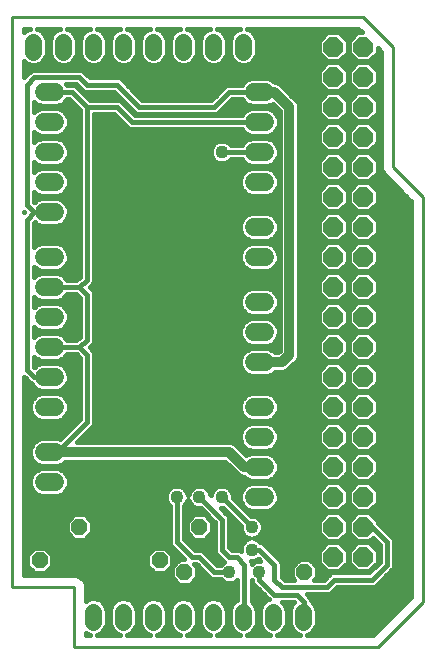
<source format=gtl>
G75*
%MOIN*%
%OFA0B0*%
%FSLAX25Y25*%
%IPPOS*%
%LPD*%
%AMOC8*
5,1,8,0,0,1.08239X$1,22.5*
%
%ADD10C,0.01000*%
%ADD11C,0.05600*%
%ADD12OC8,0.06600*%
%ADD13C,0.06000*%
%ADD14OC8,0.05200*%
%ADD15C,0.01600*%
%ADD16C,0.04362*%
%ADD17C,0.03200*%
D10*
X0001800Y0021879D02*
X0001800Y0211800D01*
X0007843Y0211918D01*
X0118946Y0211918D01*
X0128946Y0201918D01*
X0128946Y0161918D01*
X0138946Y0151918D01*
X0138946Y0016918D01*
X0123946Y0001918D01*
X0022410Y0001918D01*
X0022410Y0021879D01*
X0001800Y0021879D01*
D11*
X0028946Y0013598D02*
X0028946Y0010238D01*
X0038946Y0010238D02*
X0038946Y0013598D01*
X0048946Y0013598D02*
X0048946Y0010238D01*
X0058946Y0010238D02*
X0058946Y0013598D01*
X0068946Y0013598D02*
X0068946Y0010238D01*
X0078946Y0010238D02*
X0078946Y0013598D01*
X0088946Y0013598D02*
X0088946Y0010238D01*
X0098946Y0010238D02*
X0098946Y0013598D01*
X0078946Y0200238D02*
X0078946Y0203598D01*
X0068946Y0203598D02*
X0068946Y0200238D01*
X0058946Y0200238D02*
X0058946Y0203598D01*
X0048946Y0203598D02*
X0048946Y0200238D01*
X0038946Y0200238D02*
X0038946Y0203598D01*
X0028946Y0203598D02*
X0028946Y0200238D01*
X0018946Y0200238D02*
X0018946Y0203598D01*
X0008946Y0203598D02*
X0008946Y0200238D01*
D12*
X0108946Y0201918D03*
X0108946Y0191918D03*
X0108946Y0181918D03*
X0108946Y0171918D03*
X0108946Y0161918D03*
X0108946Y0151918D03*
X0108946Y0141918D03*
X0108946Y0131918D03*
X0108946Y0121918D03*
X0108946Y0111918D03*
X0108946Y0101918D03*
X0108946Y0091918D03*
X0108946Y0081918D03*
X0108946Y0071918D03*
X0108946Y0061918D03*
X0108946Y0051918D03*
X0108946Y0041918D03*
X0108946Y0031918D03*
X0118946Y0031918D03*
X0118946Y0041918D03*
X0118946Y0051918D03*
X0118946Y0061918D03*
X0118946Y0071918D03*
X0118946Y0081918D03*
X0118946Y0091918D03*
X0118946Y0101918D03*
X0118946Y0111918D03*
X0118946Y0121918D03*
X0118946Y0131918D03*
X0118946Y0141918D03*
X0118946Y0151918D03*
X0118946Y0161918D03*
X0118946Y0171918D03*
X0118946Y0181918D03*
X0118946Y0191918D03*
X0118946Y0201918D03*
D13*
X0086100Y0186800D02*
X0082500Y0186800D01*
X0082500Y0176800D02*
X0086100Y0176800D01*
X0086100Y0166800D02*
X0082500Y0166800D01*
X0082500Y0156800D02*
X0086100Y0156800D01*
X0086100Y0141800D02*
X0082500Y0141800D01*
X0082500Y0131800D02*
X0086100Y0131800D01*
X0086100Y0116800D02*
X0082500Y0116800D01*
X0082500Y0106800D02*
X0086100Y0106800D01*
X0086100Y0096800D02*
X0082500Y0096800D01*
X0082500Y0081800D02*
X0086100Y0081800D01*
X0086100Y0071800D02*
X0082500Y0071800D01*
X0082500Y0061800D02*
X0086100Y0061800D01*
X0086100Y0051800D02*
X0082500Y0051800D01*
X0016100Y0056800D02*
X0012500Y0056800D01*
X0012500Y0066800D02*
X0016100Y0066800D01*
X0016100Y0081800D02*
X0012500Y0081800D01*
X0012500Y0091800D02*
X0016100Y0091800D01*
X0016100Y0101800D02*
X0012500Y0101800D01*
X0012500Y0111800D02*
X0016100Y0111800D01*
X0016100Y0121800D02*
X0012500Y0121800D01*
X0012500Y0131800D02*
X0016100Y0131800D01*
X0016100Y0146800D02*
X0012500Y0146800D01*
X0012500Y0156800D02*
X0016100Y0156800D01*
X0016100Y0166800D02*
X0012500Y0166800D01*
X0012500Y0176800D02*
X0016100Y0176800D01*
X0016100Y0186800D02*
X0012500Y0186800D01*
D14*
X0024300Y0041800D03*
X0011072Y0030658D03*
X0051072Y0030658D03*
X0059300Y0026800D03*
X0064300Y0041800D03*
X0099300Y0026800D03*
D15*
X0102640Y0024200D02*
X0103500Y0025060D01*
X0103500Y0028540D01*
X0101040Y0031000D01*
X0097560Y0031000D01*
X0095100Y0028540D01*
X0095100Y0025060D01*
X0095960Y0024200D01*
X0092794Y0024200D01*
X0091700Y0025294D01*
X0091700Y0029777D01*
X0091335Y0030659D01*
X0090659Y0031335D01*
X0085659Y0036335D01*
X0084777Y0036700D01*
X0084747Y0036700D01*
X0083942Y0037505D01*
X0082627Y0038050D01*
X0083942Y0038595D01*
X0085005Y0039658D01*
X0085581Y0041048D01*
X0085581Y0042552D01*
X0085005Y0043942D01*
X0083942Y0045005D01*
X0082552Y0045581D01*
X0081413Y0045581D01*
X0075581Y0051413D01*
X0075581Y0052552D01*
X0075005Y0053942D01*
X0073942Y0055005D01*
X0072552Y0055581D01*
X0071048Y0055581D01*
X0069658Y0055005D01*
X0068595Y0053942D01*
X0068050Y0052627D01*
X0067505Y0053942D01*
X0066442Y0055005D01*
X0065052Y0055581D01*
X0063548Y0055581D01*
X0062158Y0055005D01*
X0061095Y0053942D01*
X0060550Y0052627D01*
X0060005Y0053942D01*
X0058942Y0055005D01*
X0057552Y0055581D01*
X0056048Y0055581D01*
X0054658Y0055005D01*
X0053595Y0053942D01*
X0053019Y0052552D01*
X0053019Y0051048D01*
X0053595Y0049658D01*
X0054400Y0048853D01*
X0054400Y0036323D01*
X0054765Y0035441D01*
X0059206Y0031000D01*
X0057560Y0031000D01*
X0055100Y0028540D01*
X0055100Y0025060D01*
X0057560Y0022600D01*
X0061040Y0022600D01*
X0063500Y0025060D01*
X0063500Y0028540D01*
X0062640Y0029400D01*
X0063306Y0029400D01*
X0067265Y0025441D01*
X0067941Y0024765D01*
X0068823Y0024400D01*
X0071353Y0024400D01*
X0072158Y0023595D01*
X0073548Y0023019D01*
X0075052Y0023019D01*
X0076442Y0023595D01*
X0076900Y0024053D01*
X0076900Y0017513D01*
X0076453Y0017328D01*
X0075216Y0016091D01*
X0074546Y0014473D01*
X0074546Y0009363D01*
X0075216Y0007746D01*
X0076453Y0006508D01*
X0077877Y0005918D01*
X0070014Y0005918D01*
X0071438Y0006508D01*
X0072676Y0007746D01*
X0073346Y0009363D01*
X0073346Y0014473D01*
X0072676Y0016091D01*
X0071438Y0017328D01*
X0069821Y0017998D01*
X0068070Y0017998D01*
X0066453Y0017328D01*
X0065216Y0016091D01*
X0064546Y0014473D01*
X0064546Y0009363D01*
X0065216Y0007746D01*
X0066453Y0006508D01*
X0067877Y0005918D01*
X0060014Y0005918D01*
X0061438Y0006508D01*
X0062676Y0007746D01*
X0063346Y0009363D01*
X0063346Y0014473D01*
X0062676Y0016091D01*
X0061438Y0017328D01*
X0059821Y0017998D01*
X0058070Y0017998D01*
X0056453Y0017328D01*
X0055216Y0016091D01*
X0054546Y0014473D01*
X0054546Y0009363D01*
X0055216Y0007746D01*
X0056453Y0006508D01*
X0057877Y0005918D01*
X0050014Y0005918D01*
X0051438Y0006508D01*
X0052676Y0007746D01*
X0053346Y0009363D01*
X0053346Y0014473D01*
X0052676Y0016091D01*
X0051438Y0017328D01*
X0049821Y0017998D01*
X0048070Y0017998D01*
X0046453Y0017328D01*
X0045216Y0016091D01*
X0044546Y0014473D01*
X0044546Y0009363D01*
X0045216Y0007746D01*
X0046453Y0006508D01*
X0047877Y0005918D01*
X0040014Y0005918D01*
X0041438Y0006508D01*
X0042676Y0007746D01*
X0043346Y0009363D01*
X0043346Y0014473D01*
X0042676Y0016091D01*
X0041438Y0017328D01*
X0039821Y0017998D01*
X0038070Y0017998D01*
X0036453Y0017328D01*
X0035216Y0016091D01*
X0034546Y0014473D01*
X0034546Y0009363D01*
X0035216Y0007746D01*
X0036453Y0006508D01*
X0037877Y0005918D01*
X0030014Y0005918D01*
X0031438Y0006508D01*
X0032676Y0007746D01*
X0033346Y0009363D01*
X0033346Y0014473D01*
X0032676Y0016091D01*
X0031438Y0017328D01*
X0029821Y0017998D01*
X0028070Y0017998D01*
X0026453Y0017328D01*
X0026410Y0017285D01*
X0026410Y0022674D01*
X0025801Y0024145D01*
X0024676Y0025270D01*
X0023206Y0025879D01*
X0005800Y0025879D01*
X0005800Y0091906D01*
X0007265Y0090441D01*
X0007941Y0089765D01*
X0008451Y0089554D01*
X0008600Y0089194D01*
X0009894Y0087900D01*
X0011585Y0087200D01*
X0017015Y0087200D01*
X0018706Y0087900D01*
X0020000Y0089194D01*
X0020700Y0090885D01*
X0020700Y0092715D01*
X0020000Y0094406D01*
X0018706Y0095700D01*
X0017015Y0096400D01*
X0011585Y0096400D01*
X0009894Y0095700D01*
X0009344Y0095150D01*
X0009200Y0095294D01*
X0009200Y0098595D01*
X0009894Y0097900D01*
X0011585Y0097200D01*
X0017015Y0097200D01*
X0018706Y0097900D01*
X0020000Y0099194D01*
X0020085Y0099400D01*
X0023306Y0099400D01*
X0024400Y0098306D01*
X0024400Y0077794D01*
X0017716Y0071110D01*
X0017015Y0071400D01*
X0011585Y0071400D01*
X0009894Y0070700D01*
X0008600Y0069406D01*
X0007900Y0067715D01*
X0007900Y0065885D01*
X0008600Y0064194D01*
X0009894Y0062900D01*
X0011585Y0062200D01*
X0017015Y0062200D01*
X0018706Y0062900D01*
X0019405Y0063600D01*
X0072975Y0063600D01*
X0076587Y0059987D01*
X0077487Y0059087D01*
X0078663Y0058600D01*
X0079195Y0058600D01*
X0079894Y0057900D01*
X0081585Y0057200D01*
X0087015Y0057200D01*
X0088706Y0057900D01*
X0090000Y0059194D01*
X0090700Y0060885D01*
X0090700Y0062715D01*
X0090000Y0064406D01*
X0088706Y0065700D01*
X0087015Y0066400D01*
X0081585Y0066400D01*
X0079917Y0065709D01*
X0076113Y0069513D01*
X0074937Y0070000D01*
X0023394Y0070000D01*
X0028159Y0074765D01*
X0028835Y0075441D01*
X0029200Y0076323D01*
X0029200Y0099777D01*
X0028835Y0100659D01*
X0027694Y0101800D01*
X0028835Y0102941D01*
X0029200Y0103823D01*
X0029200Y0119777D01*
X0028835Y0120659D01*
X0027694Y0121800D01*
X0028835Y0122941D01*
X0029200Y0123823D01*
X0029200Y0179400D01*
X0035806Y0179400D01*
X0040441Y0174765D01*
X0041323Y0174400D01*
X0078515Y0174400D01*
X0078600Y0174194D01*
X0079894Y0172900D01*
X0081585Y0172200D01*
X0087015Y0172200D01*
X0088706Y0172900D01*
X0090000Y0174194D01*
X0090700Y0175885D01*
X0090700Y0177715D01*
X0090000Y0179406D01*
X0088706Y0180700D01*
X0087015Y0181400D01*
X0081585Y0181400D01*
X0079894Y0180700D01*
X0078600Y0179406D01*
X0078515Y0179200D01*
X0042794Y0179200D01*
X0038835Y0183159D01*
X0038159Y0183835D01*
X0037277Y0184200D01*
X0027794Y0184200D01*
X0023159Y0188835D01*
X0022277Y0189200D01*
X0020085Y0189200D01*
X0020002Y0189400D01*
X0023306Y0189400D01*
X0025441Y0187265D01*
X0026323Y0186900D01*
X0035806Y0186900D01*
X0042941Y0179765D01*
X0043823Y0179400D01*
X0069777Y0179400D01*
X0070659Y0179765D01*
X0071335Y0180441D01*
X0075294Y0184400D01*
X0078515Y0184400D01*
X0078600Y0184194D01*
X0079894Y0182900D01*
X0081585Y0182200D01*
X0087015Y0182200D01*
X0088683Y0182891D01*
X0091100Y0180475D01*
X0091100Y0100625D01*
X0090475Y0100000D01*
X0089405Y0100000D01*
X0088706Y0100700D01*
X0087015Y0101400D01*
X0081585Y0101400D01*
X0079894Y0100700D01*
X0078600Y0099406D01*
X0077900Y0097715D01*
X0077900Y0095885D01*
X0078600Y0094194D01*
X0079894Y0092900D01*
X0081585Y0092200D01*
X0087015Y0092200D01*
X0088706Y0092900D01*
X0089405Y0093600D01*
X0092437Y0093600D01*
X0093613Y0094087D01*
X0094513Y0094987D01*
X0097013Y0097487D01*
X0097500Y0098663D01*
X0097500Y0182437D01*
X0097013Y0183613D01*
X0096113Y0184513D01*
X0091113Y0189513D01*
X0089937Y0190000D01*
X0089405Y0190000D01*
X0088706Y0190700D01*
X0087015Y0191400D01*
X0081585Y0191400D01*
X0079894Y0190700D01*
X0078600Y0189406D01*
X0078515Y0189200D01*
X0073823Y0189200D01*
X0072941Y0188835D01*
X0068306Y0184200D01*
X0045294Y0184200D01*
X0038835Y0190659D01*
X0038159Y0191335D01*
X0037277Y0191700D01*
X0027794Y0191700D01*
X0026335Y0193159D01*
X0025659Y0193835D01*
X0024777Y0194200D01*
X0008823Y0194200D01*
X0007941Y0193835D01*
X0005800Y0191694D01*
X0005800Y0197161D01*
X0006453Y0196508D01*
X0008070Y0195838D01*
X0009821Y0195838D01*
X0011438Y0196508D01*
X0012676Y0197746D01*
X0013346Y0199363D01*
X0013346Y0204473D01*
X0012676Y0206091D01*
X0011438Y0207328D01*
X0010014Y0207918D01*
X0017877Y0207918D01*
X0016453Y0207328D01*
X0015216Y0206091D01*
X0014546Y0204473D01*
X0014546Y0199363D01*
X0015216Y0197746D01*
X0016453Y0196508D01*
X0018070Y0195838D01*
X0019821Y0195838D01*
X0021438Y0196508D01*
X0022676Y0197746D01*
X0023346Y0199363D01*
X0023346Y0204473D01*
X0022676Y0206091D01*
X0021438Y0207328D01*
X0020014Y0207918D01*
X0027877Y0207918D01*
X0026453Y0207328D01*
X0025216Y0206091D01*
X0024546Y0204473D01*
X0024546Y0199363D01*
X0025216Y0197746D01*
X0026453Y0196508D01*
X0028070Y0195838D01*
X0029821Y0195838D01*
X0031438Y0196508D01*
X0032676Y0197746D01*
X0033346Y0199363D01*
X0033346Y0204473D01*
X0032676Y0206091D01*
X0031438Y0207328D01*
X0030014Y0207918D01*
X0037877Y0207918D01*
X0036453Y0207328D01*
X0035216Y0206091D01*
X0034546Y0204473D01*
X0034546Y0199363D01*
X0035216Y0197746D01*
X0036453Y0196508D01*
X0038070Y0195838D01*
X0039821Y0195838D01*
X0041438Y0196508D01*
X0042676Y0197746D01*
X0043346Y0199363D01*
X0043346Y0204473D01*
X0042676Y0206091D01*
X0041438Y0207328D01*
X0040014Y0207918D01*
X0047877Y0207918D01*
X0046453Y0207328D01*
X0045216Y0206091D01*
X0044546Y0204473D01*
X0044546Y0199363D01*
X0045216Y0197746D01*
X0046453Y0196508D01*
X0048070Y0195838D01*
X0049821Y0195838D01*
X0051438Y0196508D01*
X0052676Y0197746D01*
X0053346Y0199363D01*
X0053346Y0204473D01*
X0052676Y0206091D01*
X0051438Y0207328D01*
X0050014Y0207918D01*
X0057877Y0207918D01*
X0056453Y0207328D01*
X0055216Y0206091D01*
X0054546Y0204473D01*
X0054546Y0199363D01*
X0055216Y0197746D01*
X0056453Y0196508D01*
X0058070Y0195838D01*
X0059821Y0195838D01*
X0061438Y0196508D01*
X0062676Y0197746D01*
X0063346Y0199363D01*
X0063346Y0204473D01*
X0062676Y0206091D01*
X0061438Y0207328D01*
X0060014Y0207918D01*
X0067877Y0207918D01*
X0066453Y0207328D01*
X0065216Y0206091D01*
X0064546Y0204473D01*
X0064546Y0199363D01*
X0065216Y0197746D01*
X0066453Y0196508D01*
X0068070Y0195838D01*
X0069821Y0195838D01*
X0071438Y0196508D01*
X0072676Y0197746D01*
X0073346Y0199363D01*
X0073346Y0204473D01*
X0072676Y0206091D01*
X0071438Y0207328D01*
X0070014Y0207918D01*
X0077877Y0207918D01*
X0076453Y0207328D01*
X0075216Y0206091D01*
X0074546Y0204473D01*
X0074546Y0199363D01*
X0075216Y0197746D01*
X0076453Y0196508D01*
X0078070Y0195838D01*
X0079821Y0195838D01*
X0081438Y0196508D01*
X0082676Y0197746D01*
X0083346Y0199363D01*
X0083346Y0204473D01*
X0082676Y0206091D01*
X0081438Y0207328D01*
X0080014Y0207918D01*
X0117289Y0207918D01*
X0118389Y0206818D01*
X0116916Y0206818D01*
X0114046Y0203948D01*
X0114046Y0199888D01*
X0116916Y0197018D01*
X0120975Y0197018D01*
X0123846Y0199888D01*
X0123846Y0201361D01*
X0124946Y0200261D01*
X0124946Y0161122D01*
X0125555Y0159652D01*
X0126680Y0158527D01*
X0134946Y0150261D01*
X0134946Y0018575D01*
X0122289Y0005918D01*
X0100014Y0005918D01*
X0101438Y0006508D01*
X0102676Y0007746D01*
X0103346Y0009363D01*
X0103346Y0014473D01*
X0102676Y0016091D01*
X0101700Y0017066D01*
X0101700Y0017277D01*
X0101335Y0018159D01*
X0100094Y0019400D01*
X0107277Y0019400D01*
X0108159Y0019765D01*
X0110294Y0021900D01*
X0122277Y0021900D01*
X0123159Y0022265D01*
X0128159Y0027265D01*
X0128835Y0027941D01*
X0129200Y0028823D01*
X0129200Y0037277D01*
X0128835Y0038159D01*
X0123846Y0043148D01*
X0123846Y0043948D01*
X0120975Y0046818D01*
X0116916Y0046818D01*
X0114046Y0043948D01*
X0114046Y0039888D01*
X0116916Y0037018D01*
X0120975Y0037018D01*
X0122082Y0038124D01*
X0124400Y0035806D01*
X0124400Y0030294D01*
X0120806Y0026700D01*
X0108823Y0026700D01*
X0107941Y0026335D01*
X0107265Y0025659D01*
X0105806Y0024200D01*
X0102640Y0024200D01*
X0103500Y0025778D02*
X0107384Y0025778D01*
X0106916Y0027018D02*
X0110975Y0027018D01*
X0113846Y0029888D01*
X0113846Y0033948D01*
X0110975Y0036818D01*
X0106916Y0036818D01*
X0104046Y0033948D01*
X0104046Y0029888D01*
X0106916Y0027018D01*
X0106558Y0027376D02*
X0103500Y0027376D01*
X0103065Y0028975D02*
X0104959Y0028975D01*
X0104046Y0030573D02*
X0101466Y0030573D01*
X0104046Y0032172D02*
X0089822Y0032172D01*
X0091370Y0030573D02*
X0097134Y0030573D01*
X0095535Y0028975D02*
X0091700Y0028975D01*
X0091700Y0027376D02*
X0095100Y0027376D01*
X0095100Y0025778D02*
X0091700Y0025778D01*
X0089300Y0024300D02*
X0091800Y0021800D01*
X0106800Y0021800D01*
X0109300Y0024300D01*
X0121800Y0024300D01*
X0126800Y0029300D01*
X0126800Y0036800D01*
X0121800Y0041800D01*
X0119064Y0041800D01*
X0118946Y0041918D01*
X0121235Y0046558D02*
X0134946Y0046558D01*
X0134946Y0044960D02*
X0122834Y0044960D01*
X0123846Y0043361D02*
X0134946Y0043361D01*
X0134946Y0041763D02*
X0125231Y0041763D01*
X0126830Y0040164D02*
X0134946Y0040164D01*
X0134946Y0038566D02*
X0128428Y0038566D01*
X0129200Y0036967D02*
X0134946Y0036967D01*
X0134946Y0035369D02*
X0129200Y0035369D01*
X0129200Y0033770D02*
X0134946Y0033770D01*
X0134946Y0032172D02*
X0129200Y0032172D01*
X0129200Y0030573D02*
X0134946Y0030573D01*
X0134946Y0028975D02*
X0129200Y0028975D01*
X0128270Y0027376D02*
X0134946Y0027376D01*
X0134946Y0025778D02*
X0126672Y0025778D01*
X0125073Y0024179D02*
X0134946Y0024179D01*
X0134946Y0022581D02*
X0123475Y0022581D01*
X0120975Y0027018D02*
X0123846Y0029888D01*
X0123846Y0033948D01*
X0120975Y0036818D01*
X0116916Y0036818D01*
X0114046Y0033948D01*
X0114046Y0029888D01*
X0116916Y0027018D01*
X0120975Y0027018D01*
X0121333Y0027376D02*
X0121482Y0027376D01*
X0122932Y0028975D02*
X0123081Y0028975D01*
X0123846Y0030573D02*
X0124400Y0030573D01*
X0124400Y0032172D02*
X0123846Y0032172D01*
X0123846Y0033770D02*
X0124400Y0033770D01*
X0124400Y0035369D02*
X0122425Y0035369D01*
X0123239Y0036967D02*
X0084480Y0036967D01*
X0083872Y0038566D02*
X0105368Y0038566D01*
X0104046Y0039888D02*
X0106916Y0037018D01*
X0110975Y0037018D01*
X0113846Y0039888D01*
X0113846Y0043948D01*
X0110975Y0046818D01*
X0106916Y0046818D01*
X0104046Y0043948D01*
X0104046Y0039888D01*
X0104046Y0040164D02*
X0085215Y0040164D01*
X0085581Y0041763D02*
X0104046Y0041763D01*
X0104046Y0043361D02*
X0085246Y0043361D01*
X0083987Y0044960D02*
X0105058Y0044960D01*
X0106656Y0046558D02*
X0080436Y0046558D01*
X0081585Y0047200D02*
X0079894Y0047900D01*
X0078600Y0049194D01*
X0077900Y0050885D01*
X0077900Y0052715D01*
X0078600Y0054406D01*
X0079894Y0055700D01*
X0081585Y0056400D01*
X0087015Y0056400D01*
X0088706Y0055700D01*
X0090000Y0054406D01*
X0090700Y0052715D01*
X0090700Y0050885D01*
X0090000Y0049194D01*
X0088706Y0047900D01*
X0087015Y0047200D01*
X0081585Y0047200D01*
X0079638Y0048157D02*
X0078837Y0048157D01*
X0078368Y0049755D02*
X0077239Y0049755D01*
X0077900Y0051354D02*
X0075640Y0051354D01*
X0075415Y0052952D02*
X0077998Y0052952D01*
X0078745Y0054551D02*
X0074396Y0054551D01*
X0071800Y0051800D02*
X0081800Y0041800D01*
X0080973Y0038050D02*
X0079658Y0038595D01*
X0078595Y0039658D01*
X0078019Y0041048D01*
X0078019Y0042187D01*
X0072187Y0048019D01*
X0071475Y0048019D01*
X0073159Y0046335D01*
X0073835Y0045659D01*
X0074200Y0044777D01*
X0074200Y0035294D01*
X0075294Y0034200D01*
X0077277Y0034200D01*
X0078019Y0033893D01*
X0078019Y0035052D01*
X0078595Y0036442D01*
X0079658Y0037505D01*
X0080973Y0038050D01*
X0079728Y0038566D02*
X0074200Y0038566D01*
X0074200Y0040164D02*
X0078385Y0040164D01*
X0078019Y0041763D02*
X0074200Y0041763D01*
X0074200Y0043361D02*
X0076845Y0043361D01*
X0075246Y0044960D02*
X0074124Y0044960D01*
X0073648Y0046558D02*
X0072936Y0046558D01*
X0071800Y0044300D02*
X0071800Y0034300D01*
X0074300Y0031800D01*
X0076800Y0031800D01*
X0079300Y0029300D01*
X0079300Y0012272D01*
X0078946Y0011918D01*
X0075030Y0008194D02*
X0072862Y0008194D01*
X0073346Y0009793D02*
X0074546Y0009793D01*
X0074546Y0011391D02*
X0073346Y0011391D01*
X0073346Y0012990D02*
X0074546Y0012990D01*
X0074593Y0014588D02*
X0073298Y0014588D01*
X0072580Y0016187D02*
X0075312Y0016187D01*
X0076900Y0017785D02*
X0070335Y0017785D01*
X0067556Y0017785D02*
X0060335Y0017785D01*
X0062580Y0016187D02*
X0065312Y0016187D01*
X0064593Y0014588D02*
X0063298Y0014588D01*
X0063346Y0012990D02*
X0064546Y0012990D01*
X0064546Y0011391D02*
X0063346Y0011391D01*
X0063346Y0009793D02*
X0064546Y0009793D01*
X0065030Y0008194D02*
X0062862Y0008194D01*
X0061526Y0006596D02*
X0066366Y0006596D01*
X0071526Y0006596D02*
X0076366Y0006596D01*
X0080014Y0005918D02*
X0081438Y0006508D01*
X0082676Y0007746D01*
X0083346Y0009363D01*
X0083346Y0014473D01*
X0082676Y0016091D01*
X0081700Y0017066D01*
X0081700Y0024053D01*
X0081900Y0023853D01*
X0081900Y0023823D01*
X0082265Y0022941D01*
X0087265Y0017941D01*
X0087460Y0017745D01*
X0086453Y0017328D01*
X0085216Y0016091D01*
X0084546Y0014473D01*
X0084546Y0009363D01*
X0085216Y0007746D01*
X0086453Y0006508D01*
X0087877Y0005918D01*
X0080014Y0005918D01*
X0081526Y0006596D02*
X0086366Y0006596D01*
X0085030Y0008194D02*
X0082862Y0008194D01*
X0083346Y0009793D02*
X0084546Y0009793D01*
X0084546Y0011391D02*
X0083346Y0011391D01*
X0083346Y0012990D02*
X0084546Y0012990D01*
X0084593Y0014588D02*
X0083298Y0014588D01*
X0082580Y0016187D02*
X0085312Y0016187D01*
X0087421Y0017785D02*
X0081700Y0017785D01*
X0081700Y0019384D02*
X0085822Y0019384D01*
X0084224Y0020982D02*
X0081700Y0020982D01*
X0081700Y0022581D02*
X0082625Y0022581D01*
X0084300Y0024300D02*
X0089300Y0019300D01*
X0096800Y0019300D01*
X0099300Y0016800D01*
X0099300Y0012272D01*
X0098946Y0011918D01*
X0102862Y0008194D02*
X0124565Y0008194D01*
X0126163Y0009793D02*
X0103346Y0009793D01*
X0103346Y0011391D02*
X0127762Y0011391D01*
X0129360Y0012990D02*
X0103346Y0012990D01*
X0103298Y0014588D02*
X0130959Y0014588D01*
X0132557Y0016187D02*
X0102580Y0016187D01*
X0101490Y0017785D02*
X0134156Y0017785D01*
X0134946Y0019384D02*
X0100110Y0019384D01*
X0095915Y0016790D02*
X0095216Y0016091D01*
X0094546Y0014473D01*
X0094546Y0009363D01*
X0095216Y0007746D01*
X0096453Y0006508D01*
X0097877Y0005918D01*
X0090014Y0005918D01*
X0091438Y0006508D01*
X0092676Y0007746D01*
X0093346Y0009363D01*
X0093346Y0014473D01*
X0092676Y0016091D01*
X0091866Y0016900D01*
X0095806Y0016900D01*
X0095915Y0016790D01*
X0095312Y0016187D02*
X0092580Y0016187D01*
X0093298Y0014588D02*
X0094593Y0014588D01*
X0094546Y0012990D02*
X0093346Y0012990D01*
X0093346Y0011391D02*
X0094546Y0011391D01*
X0094546Y0009793D02*
X0093346Y0009793D01*
X0092862Y0008194D02*
X0095030Y0008194D01*
X0096366Y0006596D02*
X0091526Y0006596D01*
X0101526Y0006596D02*
X0122966Y0006596D01*
X0134946Y0020982D02*
X0109376Y0020982D01*
X0111333Y0027376D02*
X0116558Y0027376D01*
X0114959Y0028975D02*
X0112932Y0028975D01*
X0113846Y0030573D02*
X0114046Y0030573D01*
X0114046Y0032172D02*
X0113846Y0032172D01*
X0113846Y0033770D02*
X0114046Y0033770D01*
X0115467Y0035369D02*
X0112425Y0035369D01*
X0112523Y0038566D02*
X0115368Y0038566D01*
X0114046Y0040164D02*
X0113846Y0040164D01*
X0113846Y0041763D02*
X0114046Y0041763D01*
X0114046Y0043361D02*
X0113846Y0043361D01*
X0112834Y0044960D02*
X0115058Y0044960D01*
X0116656Y0046558D02*
X0111235Y0046558D01*
X0110975Y0047018D02*
X0113846Y0049888D01*
X0113846Y0053948D01*
X0110975Y0056818D01*
X0106916Y0056818D01*
X0104046Y0053948D01*
X0104046Y0049888D01*
X0106916Y0047018D01*
X0110975Y0047018D01*
X0112114Y0048157D02*
X0115777Y0048157D01*
X0116916Y0047018D02*
X0120975Y0047018D01*
X0123846Y0049888D01*
X0123846Y0053948D01*
X0120975Y0056818D01*
X0116916Y0056818D01*
X0114046Y0053948D01*
X0114046Y0049888D01*
X0116916Y0047018D01*
X0114179Y0049755D02*
X0113713Y0049755D01*
X0113846Y0051354D02*
X0114046Y0051354D01*
X0114046Y0052952D02*
X0113846Y0052952D01*
X0113243Y0054551D02*
X0114649Y0054551D01*
X0116247Y0056149D02*
X0111644Y0056149D01*
X0110975Y0057018D02*
X0113846Y0059888D01*
X0113846Y0063948D01*
X0110975Y0066818D01*
X0106916Y0066818D01*
X0104046Y0063948D01*
X0104046Y0059888D01*
X0106916Y0057018D01*
X0110975Y0057018D01*
X0111705Y0057748D02*
X0116186Y0057748D01*
X0116916Y0057018D02*
X0120975Y0057018D01*
X0123846Y0059888D01*
X0123846Y0063948D01*
X0120975Y0066818D01*
X0116916Y0066818D01*
X0114046Y0063948D01*
X0114046Y0059888D01*
X0116916Y0057018D01*
X0114588Y0059346D02*
X0113304Y0059346D01*
X0113846Y0060945D02*
X0114046Y0060945D01*
X0114046Y0062543D02*
X0113846Y0062543D01*
X0113651Y0064142D02*
X0114240Y0064142D01*
X0115838Y0065740D02*
X0112053Y0065740D01*
X0110975Y0067018D02*
X0113846Y0069888D01*
X0113846Y0073948D01*
X0110975Y0076818D01*
X0106916Y0076818D01*
X0104046Y0073948D01*
X0104046Y0069888D01*
X0106916Y0067018D01*
X0110975Y0067018D01*
X0111296Y0067339D02*
X0116595Y0067339D01*
X0116916Y0067018D02*
X0120975Y0067018D01*
X0123846Y0069888D01*
X0123846Y0073948D01*
X0120975Y0076818D01*
X0116916Y0076818D01*
X0114046Y0073948D01*
X0114046Y0069888D01*
X0116916Y0067018D01*
X0114997Y0068937D02*
X0112895Y0068937D01*
X0113846Y0070536D02*
X0114046Y0070536D01*
X0114046Y0072134D02*
X0113846Y0072134D01*
X0113846Y0073733D02*
X0114046Y0073733D01*
X0115429Y0075332D02*
X0112462Y0075332D01*
X0110975Y0077018D02*
X0113846Y0079888D01*
X0113846Y0083948D01*
X0110975Y0086818D01*
X0106916Y0086818D01*
X0104046Y0083948D01*
X0104046Y0079888D01*
X0106916Y0077018D01*
X0110975Y0077018D01*
X0112486Y0078529D02*
X0115406Y0078529D01*
X0114046Y0079888D02*
X0116916Y0077018D01*
X0120975Y0077018D01*
X0123846Y0079888D01*
X0123846Y0083948D01*
X0120975Y0086818D01*
X0116916Y0086818D01*
X0114046Y0083948D01*
X0114046Y0079888D01*
X0114046Y0080127D02*
X0113846Y0080127D01*
X0113846Y0081726D02*
X0114046Y0081726D01*
X0114046Y0083324D02*
X0113846Y0083324D01*
X0112871Y0084923D02*
X0115021Y0084923D01*
X0116619Y0086521D02*
X0111272Y0086521D01*
X0110975Y0087018D02*
X0113846Y0089888D01*
X0113846Y0093948D01*
X0110975Y0096818D01*
X0106916Y0096818D01*
X0104046Y0093948D01*
X0104046Y0089888D01*
X0106916Y0087018D01*
X0110975Y0087018D01*
X0112077Y0088120D02*
X0115815Y0088120D01*
X0116916Y0087018D02*
X0120975Y0087018D01*
X0123846Y0089888D01*
X0123846Y0093948D01*
X0120975Y0096818D01*
X0116916Y0096818D01*
X0114046Y0093948D01*
X0114046Y0089888D01*
X0116916Y0087018D01*
X0114216Y0089718D02*
X0113675Y0089718D01*
X0113846Y0091317D02*
X0114046Y0091317D01*
X0114046Y0092915D02*
X0113846Y0092915D01*
X0113280Y0094514D02*
X0114612Y0094514D01*
X0116210Y0096112D02*
X0111681Y0096112D01*
X0110975Y0097018D02*
X0113846Y0099888D01*
X0113846Y0103948D01*
X0110975Y0106818D01*
X0106916Y0106818D01*
X0104046Y0103948D01*
X0104046Y0099888D01*
X0106916Y0097018D01*
X0110975Y0097018D01*
X0111668Y0097711D02*
X0116223Y0097711D01*
X0116916Y0097018D02*
X0120975Y0097018D01*
X0123846Y0099888D01*
X0123846Y0103948D01*
X0120975Y0106818D01*
X0116916Y0106818D01*
X0114046Y0103948D01*
X0114046Y0099888D01*
X0116916Y0097018D01*
X0114625Y0099309D02*
X0113266Y0099309D01*
X0113846Y0100908D02*
X0114046Y0100908D01*
X0114046Y0102506D02*
X0113846Y0102506D01*
X0113689Y0104105D02*
X0114203Y0104105D01*
X0115801Y0105703D02*
X0112090Y0105703D01*
X0110975Y0107018D02*
X0113846Y0109888D01*
X0113846Y0113948D01*
X0110975Y0116818D01*
X0106916Y0116818D01*
X0104046Y0113948D01*
X0104046Y0109888D01*
X0106916Y0107018D01*
X0110975Y0107018D01*
X0111259Y0107302D02*
X0116632Y0107302D01*
X0116916Y0107018D02*
X0120975Y0107018D01*
X0123846Y0109888D01*
X0123846Y0113948D01*
X0120975Y0116818D01*
X0116916Y0116818D01*
X0114046Y0113948D01*
X0114046Y0109888D01*
X0116916Y0107018D01*
X0115034Y0108900D02*
X0112857Y0108900D01*
X0113846Y0110499D02*
X0114046Y0110499D01*
X0114046Y0112097D02*
X0113846Y0112097D01*
X0113846Y0113696D02*
X0114046Y0113696D01*
X0115392Y0115294D02*
X0112499Y0115294D01*
X0110975Y0117018D02*
X0113846Y0119888D01*
X0113846Y0123948D01*
X0110975Y0126818D01*
X0106916Y0126818D01*
X0104046Y0123948D01*
X0104046Y0119888D01*
X0106916Y0117018D01*
X0110975Y0117018D01*
X0112449Y0118491D02*
X0115443Y0118491D01*
X0114046Y0119888D02*
X0116916Y0117018D01*
X0120975Y0117018D01*
X0123846Y0119888D01*
X0123846Y0123948D01*
X0120975Y0126818D01*
X0116916Y0126818D01*
X0114046Y0123948D01*
X0114046Y0119888D01*
X0114046Y0120090D02*
X0113846Y0120090D01*
X0113846Y0121688D02*
X0114046Y0121688D01*
X0114046Y0123287D02*
X0113846Y0123287D01*
X0112908Y0124885D02*
X0114983Y0124885D01*
X0116582Y0126484D02*
X0111310Y0126484D01*
X0110975Y0127018D02*
X0113846Y0129888D01*
X0113846Y0133948D01*
X0110975Y0136818D01*
X0106916Y0136818D01*
X0104046Y0133948D01*
X0104046Y0129888D01*
X0106916Y0127018D01*
X0110975Y0127018D01*
X0112040Y0128082D02*
X0115852Y0128082D01*
X0116916Y0127018D02*
X0120975Y0127018D01*
X0123846Y0129888D01*
X0123846Y0133948D01*
X0120975Y0136818D01*
X0116916Y0136818D01*
X0114046Y0133948D01*
X0114046Y0129888D01*
X0116916Y0127018D01*
X0114253Y0129681D02*
X0113638Y0129681D01*
X0113846Y0131279D02*
X0114046Y0131279D01*
X0114046Y0132878D02*
X0113846Y0132878D01*
X0113317Y0134476D02*
X0114574Y0134476D01*
X0116173Y0136075D02*
X0111718Y0136075D01*
X0110975Y0137018D02*
X0113846Y0139888D01*
X0113846Y0143948D01*
X0110975Y0146818D01*
X0106916Y0146818D01*
X0104046Y0143948D01*
X0104046Y0139888D01*
X0106916Y0137018D01*
X0110975Y0137018D01*
X0111631Y0137673D02*
X0116261Y0137673D01*
X0116916Y0137018D02*
X0120975Y0137018D01*
X0123846Y0139888D01*
X0123846Y0143948D01*
X0120975Y0146818D01*
X0116916Y0146818D01*
X0114046Y0143948D01*
X0114046Y0139888D01*
X0116916Y0137018D01*
X0114662Y0139272D02*
X0113229Y0139272D01*
X0113846Y0140870D02*
X0114046Y0140870D01*
X0114046Y0142469D02*
X0113846Y0142469D01*
X0113726Y0144068D02*
X0114165Y0144068D01*
X0115764Y0145666D02*
X0112127Y0145666D01*
X0110975Y0147018D02*
X0113846Y0149888D01*
X0113846Y0153948D01*
X0110975Y0156818D01*
X0106916Y0156818D01*
X0104046Y0153948D01*
X0104046Y0149888D01*
X0106916Y0147018D01*
X0110975Y0147018D01*
X0111222Y0147265D02*
X0116670Y0147265D01*
X0116916Y0147018D02*
X0120975Y0147018D01*
X0123846Y0149888D01*
X0123846Y0153948D01*
X0120975Y0156818D01*
X0116916Y0156818D01*
X0114046Y0153948D01*
X0114046Y0149888D01*
X0116916Y0147018D01*
X0115071Y0148863D02*
X0112820Y0148863D01*
X0113846Y0150462D02*
X0114046Y0150462D01*
X0114046Y0152060D02*
X0113846Y0152060D01*
X0113846Y0153659D02*
X0114046Y0153659D01*
X0115355Y0155257D02*
X0112536Y0155257D01*
X0110975Y0157018D02*
X0113846Y0159888D01*
X0113846Y0163948D01*
X0110975Y0166818D01*
X0106916Y0166818D01*
X0104046Y0163948D01*
X0104046Y0159888D01*
X0106916Y0157018D01*
X0110975Y0157018D01*
X0112411Y0158454D02*
X0115480Y0158454D01*
X0114046Y0159888D02*
X0116916Y0157018D01*
X0120975Y0157018D01*
X0123846Y0159888D01*
X0123846Y0163948D01*
X0120975Y0166818D01*
X0116916Y0166818D01*
X0114046Y0163948D01*
X0114046Y0159888D01*
X0114046Y0160053D02*
X0113846Y0160053D01*
X0113846Y0161651D02*
X0114046Y0161651D01*
X0114046Y0163250D02*
X0113846Y0163250D01*
X0112945Y0164848D02*
X0114946Y0164848D01*
X0116545Y0166447D02*
X0111347Y0166447D01*
X0110975Y0167018D02*
X0113846Y0169888D01*
X0113846Y0173948D01*
X0110975Y0176818D01*
X0106916Y0176818D01*
X0104046Y0173948D01*
X0104046Y0169888D01*
X0106916Y0167018D01*
X0110975Y0167018D01*
X0112002Y0168045D02*
X0115889Y0168045D01*
X0116916Y0167018D02*
X0120975Y0167018D01*
X0123846Y0169888D01*
X0123846Y0173948D01*
X0120975Y0176818D01*
X0116916Y0176818D01*
X0114046Y0173948D01*
X0114046Y0169888D01*
X0116916Y0167018D01*
X0114290Y0169644D02*
X0113601Y0169644D01*
X0113846Y0171242D02*
X0114046Y0171242D01*
X0114046Y0172841D02*
X0113846Y0172841D01*
X0113354Y0174439D02*
X0114537Y0174439D01*
X0116136Y0176038D02*
X0111756Y0176038D01*
X0110975Y0177018D02*
X0113846Y0179888D01*
X0113846Y0183948D01*
X0110975Y0186818D01*
X0106916Y0186818D01*
X0104046Y0183948D01*
X0104046Y0179888D01*
X0106916Y0177018D01*
X0110975Y0177018D01*
X0111593Y0177636D02*
X0116298Y0177636D01*
X0116916Y0177018D02*
X0120975Y0177018D01*
X0123846Y0179888D01*
X0123846Y0183948D01*
X0120975Y0186818D01*
X0116916Y0186818D01*
X0114046Y0183948D01*
X0114046Y0179888D01*
X0116916Y0177018D01*
X0114699Y0179235D02*
X0113192Y0179235D01*
X0113846Y0180833D02*
X0114046Y0180833D01*
X0114046Y0182432D02*
X0113846Y0182432D01*
X0113763Y0184030D02*
X0114128Y0184030D01*
X0115727Y0185629D02*
X0112165Y0185629D01*
X0110975Y0187018D02*
X0113846Y0189888D01*
X0113846Y0193948D01*
X0110975Y0196818D01*
X0106916Y0196818D01*
X0104046Y0193948D01*
X0104046Y0189888D01*
X0106916Y0187018D01*
X0110975Y0187018D01*
X0111185Y0187227D02*
X0116707Y0187227D01*
X0116916Y0187018D02*
X0120975Y0187018D01*
X0123846Y0189888D01*
X0123846Y0193948D01*
X0120975Y0196818D01*
X0116916Y0196818D01*
X0114046Y0193948D01*
X0114046Y0189888D01*
X0116916Y0187018D01*
X0115108Y0188826D02*
X0112783Y0188826D01*
X0113846Y0190424D02*
X0114046Y0190424D01*
X0114046Y0192023D02*
X0113846Y0192023D01*
X0113846Y0193621D02*
X0114046Y0193621D01*
X0115318Y0195220D02*
X0112574Y0195220D01*
X0110975Y0197018D02*
X0113846Y0199888D01*
X0113846Y0203948D01*
X0110975Y0206818D01*
X0106916Y0206818D01*
X0104046Y0203948D01*
X0104046Y0199888D01*
X0106916Y0197018D01*
X0110975Y0197018D01*
X0112374Y0198417D02*
X0115517Y0198417D01*
X0114046Y0200015D02*
X0113846Y0200015D01*
X0113846Y0201614D02*
X0114046Y0201614D01*
X0114046Y0203212D02*
X0113846Y0203212D01*
X0112982Y0204811D02*
X0114909Y0204811D01*
X0116507Y0206409D02*
X0111384Y0206409D01*
X0106507Y0206409D02*
X0082357Y0206409D01*
X0083206Y0204811D02*
X0104909Y0204811D01*
X0104046Y0203212D02*
X0083346Y0203212D01*
X0083346Y0201614D02*
X0104046Y0201614D01*
X0104046Y0200015D02*
X0083346Y0200015D01*
X0082954Y0198417D02*
X0105517Y0198417D01*
X0105318Y0195220D02*
X0005800Y0195220D01*
X0005800Y0196818D02*
X0006143Y0196818D01*
X0005800Y0193621D02*
X0007727Y0193621D01*
X0006129Y0192023D02*
X0005800Y0192023D01*
X0006800Y0189300D02*
X0006800Y0149300D01*
X0009300Y0146800D01*
X0006800Y0144300D01*
X0006800Y0094300D01*
X0009300Y0091800D01*
X0014300Y0091800D01*
X0017710Y0096112D02*
X0024400Y0096112D01*
X0024400Y0094514D02*
X0019892Y0094514D01*
X0020617Y0092915D02*
X0024400Y0092915D01*
X0024400Y0091317D02*
X0020700Y0091317D01*
X0020217Y0089718D02*
X0024400Y0089718D01*
X0024400Y0088120D02*
X0018925Y0088120D01*
X0018706Y0085700D02*
X0017015Y0086400D01*
X0011585Y0086400D01*
X0009894Y0085700D01*
X0008600Y0084406D01*
X0007900Y0082715D01*
X0007900Y0080885D01*
X0008600Y0079194D01*
X0009894Y0077900D01*
X0011585Y0077200D01*
X0017015Y0077200D01*
X0018706Y0077900D01*
X0020000Y0079194D01*
X0020700Y0080885D01*
X0020700Y0082715D01*
X0020000Y0084406D01*
X0018706Y0085700D01*
X0019483Y0084923D02*
X0024400Y0084923D01*
X0024400Y0086521D02*
X0005800Y0086521D01*
X0005800Y0084923D02*
X0009117Y0084923D01*
X0008152Y0083324D02*
X0005800Y0083324D01*
X0005800Y0081726D02*
X0007900Y0081726D01*
X0008214Y0080127D02*
X0005800Y0080127D01*
X0005800Y0078529D02*
X0009266Y0078529D01*
X0005800Y0076930D02*
X0023536Y0076930D01*
X0024400Y0078529D02*
X0019334Y0078529D01*
X0020386Y0080127D02*
X0024400Y0080127D01*
X0024400Y0081726D02*
X0020700Y0081726D01*
X0020448Y0083324D02*
X0024400Y0083324D01*
X0029200Y0083324D02*
X0078152Y0083324D01*
X0077900Y0082715D02*
X0078600Y0084406D01*
X0079894Y0085700D01*
X0081585Y0086400D01*
X0087015Y0086400D01*
X0088706Y0085700D01*
X0090000Y0084406D01*
X0090700Y0082715D01*
X0090700Y0080885D01*
X0090000Y0079194D01*
X0088706Y0077900D01*
X0087015Y0077200D01*
X0081585Y0077200D01*
X0079894Y0077900D01*
X0078600Y0079194D01*
X0077900Y0080885D01*
X0077900Y0082715D01*
X0077900Y0081726D02*
X0029200Y0081726D01*
X0029200Y0080127D02*
X0078214Y0080127D01*
X0079266Y0078529D02*
X0029200Y0078529D01*
X0029200Y0076930D02*
X0134946Y0076930D01*
X0134946Y0075332D02*
X0122462Y0075332D01*
X0123846Y0073733D02*
X0134946Y0073733D01*
X0134946Y0072134D02*
X0123846Y0072134D01*
X0123846Y0070536D02*
X0134946Y0070536D01*
X0134946Y0068937D02*
X0122895Y0068937D01*
X0121296Y0067339D02*
X0134946Y0067339D01*
X0134946Y0065740D02*
X0122053Y0065740D01*
X0123651Y0064142D02*
X0134946Y0064142D01*
X0134946Y0062543D02*
X0123846Y0062543D01*
X0123846Y0060945D02*
X0134946Y0060945D01*
X0134946Y0059346D02*
X0123304Y0059346D01*
X0121705Y0057748D02*
X0134946Y0057748D01*
X0134946Y0056149D02*
X0121644Y0056149D01*
X0123243Y0054551D02*
X0134946Y0054551D01*
X0134946Y0052952D02*
X0123846Y0052952D01*
X0123846Y0051354D02*
X0134946Y0051354D01*
X0134946Y0049755D02*
X0123713Y0049755D01*
X0122114Y0048157D02*
X0134946Y0048157D01*
X0134946Y0078529D02*
X0122486Y0078529D01*
X0123846Y0080127D02*
X0134946Y0080127D01*
X0134946Y0081726D02*
X0123846Y0081726D01*
X0123846Y0083324D02*
X0134946Y0083324D01*
X0134946Y0084923D02*
X0122871Y0084923D01*
X0121272Y0086521D02*
X0134946Y0086521D01*
X0134946Y0088120D02*
X0122077Y0088120D01*
X0123675Y0089718D02*
X0134946Y0089718D01*
X0134946Y0091317D02*
X0123846Y0091317D01*
X0123846Y0092915D02*
X0134946Y0092915D01*
X0134946Y0094514D02*
X0123280Y0094514D01*
X0121681Y0096112D02*
X0134946Y0096112D01*
X0134946Y0097711D02*
X0121668Y0097711D01*
X0123266Y0099309D02*
X0134946Y0099309D01*
X0134946Y0100908D02*
X0123846Y0100908D01*
X0123846Y0102506D02*
X0134946Y0102506D01*
X0134946Y0104105D02*
X0123689Y0104105D01*
X0122090Y0105703D02*
X0134946Y0105703D01*
X0134946Y0107302D02*
X0121259Y0107302D01*
X0122857Y0108900D02*
X0134946Y0108900D01*
X0134946Y0110499D02*
X0123846Y0110499D01*
X0123846Y0112097D02*
X0134946Y0112097D01*
X0134946Y0113696D02*
X0123846Y0113696D01*
X0122499Y0115294D02*
X0134946Y0115294D01*
X0134946Y0116893D02*
X0097500Y0116893D01*
X0097500Y0118491D02*
X0105443Y0118491D01*
X0104046Y0120090D02*
X0097500Y0120090D01*
X0097500Y0121688D02*
X0104046Y0121688D01*
X0104046Y0123287D02*
X0097500Y0123287D01*
X0097500Y0124885D02*
X0104983Y0124885D01*
X0106582Y0126484D02*
X0097500Y0126484D01*
X0097500Y0128082D02*
X0105852Y0128082D01*
X0104253Y0129681D02*
X0097500Y0129681D01*
X0097500Y0131279D02*
X0104046Y0131279D01*
X0104046Y0132878D02*
X0097500Y0132878D01*
X0097500Y0134476D02*
X0104574Y0134476D01*
X0106173Y0136075D02*
X0097500Y0136075D01*
X0097500Y0137673D02*
X0106261Y0137673D01*
X0104662Y0139272D02*
X0097500Y0139272D01*
X0097500Y0140870D02*
X0104046Y0140870D01*
X0104046Y0142469D02*
X0097500Y0142469D01*
X0097500Y0144068D02*
X0104165Y0144068D01*
X0105764Y0145666D02*
X0097500Y0145666D01*
X0097500Y0147265D02*
X0106670Y0147265D01*
X0105071Y0148863D02*
X0097500Y0148863D01*
X0097500Y0150462D02*
X0104046Y0150462D01*
X0104046Y0152060D02*
X0097500Y0152060D01*
X0097500Y0153659D02*
X0104046Y0153659D01*
X0105355Y0155257D02*
X0097500Y0155257D01*
X0097500Y0156856D02*
X0128351Y0156856D01*
X0126753Y0158454D02*
X0122411Y0158454D01*
X0123846Y0160053D02*
X0125389Y0160053D01*
X0124946Y0161651D02*
X0123846Y0161651D01*
X0123846Y0163250D02*
X0124946Y0163250D01*
X0124946Y0164848D02*
X0122945Y0164848D01*
X0121347Y0166447D02*
X0124946Y0166447D01*
X0124946Y0168045D02*
X0122002Y0168045D01*
X0123601Y0169644D02*
X0124946Y0169644D01*
X0124946Y0171242D02*
X0123846Y0171242D01*
X0123846Y0172841D02*
X0124946Y0172841D01*
X0124946Y0174439D02*
X0123354Y0174439D01*
X0124946Y0176038D02*
X0121756Y0176038D01*
X0121593Y0177636D02*
X0124946Y0177636D01*
X0124946Y0179235D02*
X0123192Y0179235D01*
X0123846Y0180833D02*
X0124946Y0180833D01*
X0124946Y0182432D02*
X0123846Y0182432D01*
X0123763Y0184030D02*
X0124946Y0184030D01*
X0124946Y0185629D02*
X0122165Y0185629D01*
X0121185Y0187227D02*
X0124946Y0187227D01*
X0124946Y0188826D02*
X0122783Y0188826D01*
X0123846Y0190424D02*
X0124946Y0190424D01*
X0124946Y0192023D02*
X0123846Y0192023D01*
X0123846Y0193621D02*
X0124946Y0193621D01*
X0124946Y0195220D02*
X0122574Y0195220D01*
X0122374Y0198417D02*
X0124946Y0198417D01*
X0124946Y0200015D02*
X0123846Y0200015D01*
X0124946Y0196818D02*
X0081748Y0196818D01*
X0079619Y0190424D02*
X0039070Y0190424D01*
X0040668Y0188826D02*
X0072932Y0188826D01*
X0071333Y0187227D02*
X0042267Y0187227D01*
X0043865Y0185629D02*
X0069735Y0185629D01*
X0069300Y0181800D02*
X0044300Y0181800D01*
X0036800Y0189300D01*
X0026800Y0189300D01*
X0024300Y0191800D01*
X0009300Y0191800D01*
X0006800Y0189300D01*
X0009200Y0183595D02*
X0009894Y0182900D01*
X0011585Y0182200D01*
X0017015Y0182200D01*
X0018706Y0182900D01*
X0020000Y0184194D01*
X0020085Y0184400D01*
X0020806Y0184400D01*
X0024400Y0180806D01*
X0024400Y0125294D01*
X0023306Y0124200D01*
X0020085Y0124200D01*
X0020000Y0124406D01*
X0018706Y0125700D01*
X0017015Y0126400D01*
X0011585Y0126400D01*
X0009894Y0125700D01*
X0009200Y0125005D01*
X0009200Y0128595D01*
X0009894Y0127900D01*
X0011585Y0127200D01*
X0017015Y0127200D01*
X0018706Y0127900D01*
X0020000Y0129194D01*
X0020700Y0130885D01*
X0020700Y0132715D01*
X0020000Y0134406D01*
X0018706Y0135700D01*
X0017015Y0136400D01*
X0011585Y0136400D01*
X0009894Y0135700D01*
X0009200Y0135005D01*
X0009200Y0143306D01*
X0009344Y0143450D01*
X0009894Y0142900D01*
X0011585Y0142200D01*
X0017015Y0142200D01*
X0018706Y0142900D01*
X0020000Y0144194D01*
X0020700Y0145885D01*
X0020700Y0147715D01*
X0020000Y0149406D01*
X0018706Y0150700D01*
X0017015Y0151400D01*
X0011585Y0151400D01*
X0009894Y0150700D01*
X0009344Y0150150D01*
X0009200Y0150294D01*
X0009200Y0153595D01*
X0009894Y0152900D01*
X0011585Y0152200D01*
X0017015Y0152200D01*
X0018706Y0152900D01*
X0020000Y0154194D01*
X0020700Y0155885D01*
X0020700Y0157715D01*
X0020000Y0159406D01*
X0018706Y0160700D01*
X0017015Y0161400D01*
X0011585Y0161400D01*
X0009894Y0160700D01*
X0009200Y0160005D01*
X0009200Y0163595D01*
X0009894Y0162900D01*
X0011585Y0162200D01*
X0017015Y0162200D01*
X0018706Y0162900D01*
X0020000Y0164194D01*
X0020700Y0165885D01*
X0020700Y0167715D01*
X0020000Y0169406D01*
X0018706Y0170700D01*
X0017015Y0171400D01*
X0011585Y0171400D01*
X0009894Y0170700D01*
X0009200Y0170005D01*
X0009200Y0173595D01*
X0009894Y0172900D01*
X0011585Y0172200D01*
X0017015Y0172200D01*
X0018706Y0172900D01*
X0020000Y0174194D01*
X0020700Y0175885D01*
X0020700Y0177715D01*
X0020000Y0179406D01*
X0018706Y0180700D01*
X0017015Y0181400D01*
X0011585Y0181400D01*
X0009894Y0180700D01*
X0009200Y0180005D01*
X0009200Y0183595D01*
X0009200Y0182432D02*
X0011025Y0182432D01*
X0010217Y0180833D02*
X0009200Y0180833D01*
X0014300Y0186800D02*
X0021800Y0186800D01*
X0026800Y0181800D01*
X0036800Y0181800D01*
X0041800Y0176800D01*
X0084300Y0176800D01*
X0087015Y0171400D02*
X0081585Y0171400D01*
X0079894Y0170700D01*
X0078600Y0169406D01*
X0078515Y0169200D01*
X0074747Y0169200D01*
X0073942Y0170005D01*
X0072552Y0170581D01*
X0071048Y0170581D01*
X0069658Y0170005D01*
X0068595Y0168942D01*
X0068019Y0167552D01*
X0068019Y0166048D01*
X0068595Y0164658D01*
X0069658Y0163595D01*
X0071048Y0163019D01*
X0072552Y0163019D01*
X0073942Y0163595D01*
X0074747Y0164400D01*
X0078515Y0164400D01*
X0078600Y0164194D01*
X0079894Y0162900D01*
X0081585Y0162200D01*
X0087015Y0162200D01*
X0088706Y0162900D01*
X0090000Y0164194D01*
X0090700Y0165885D01*
X0090700Y0167715D01*
X0090000Y0169406D01*
X0088706Y0170700D01*
X0087015Y0171400D01*
X0087396Y0171242D02*
X0091100Y0171242D01*
X0091100Y0169644D02*
X0089762Y0169644D01*
X0090563Y0168045D02*
X0091100Y0168045D01*
X0091100Y0166447D02*
X0090700Y0166447D01*
X0091100Y0164848D02*
X0090271Y0164848D01*
X0091100Y0163250D02*
X0089055Y0163250D01*
X0088706Y0160700D02*
X0087015Y0161400D01*
X0081585Y0161400D01*
X0079894Y0160700D01*
X0078600Y0159406D01*
X0077900Y0157715D01*
X0077900Y0155885D01*
X0078600Y0154194D01*
X0079894Y0152900D01*
X0081585Y0152200D01*
X0087015Y0152200D01*
X0088706Y0152900D01*
X0090000Y0154194D01*
X0090700Y0155885D01*
X0090700Y0157715D01*
X0090000Y0159406D01*
X0088706Y0160700D01*
X0089353Y0160053D02*
X0091100Y0160053D01*
X0091100Y0161651D02*
X0029200Y0161651D01*
X0029200Y0160053D02*
X0079247Y0160053D01*
X0078206Y0158454D02*
X0029200Y0158454D01*
X0029200Y0156856D02*
X0077900Y0156856D01*
X0078160Y0155257D02*
X0029200Y0155257D01*
X0029200Y0153659D02*
X0079136Y0153659D01*
X0081585Y0146400D02*
X0079894Y0145700D01*
X0078600Y0144406D01*
X0077900Y0142715D01*
X0077900Y0140885D01*
X0078600Y0139194D01*
X0079894Y0137900D01*
X0081585Y0137200D01*
X0087015Y0137200D01*
X0088706Y0137900D01*
X0090000Y0139194D01*
X0090700Y0140885D01*
X0090700Y0142715D01*
X0090000Y0144406D01*
X0088706Y0145700D01*
X0087015Y0146400D01*
X0081585Y0146400D01*
X0079861Y0145666D02*
X0029200Y0145666D01*
X0029200Y0144068D02*
X0078460Y0144068D01*
X0077900Y0142469D02*
X0029200Y0142469D01*
X0029200Y0140870D02*
X0077906Y0140870D01*
X0078568Y0139272D02*
X0029200Y0139272D01*
X0029200Y0137673D02*
X0080442Y0137673D01*
X0080800Y0136075D02*
X0029200Y0136075D01*
X0029200Y0134476D02*
X0078671Y0134476D01*
X0078600Y0134406D02*
X0077900Y0132715D01*
X0077900Y0130885D01*
X0078600Y0129194D01*
X0079894Y0127900D01*
X0081585Y0127200D01*
X0087015Y0127200D01*
X0088706Y0127900D01*
X0090000Y0129194D01*
X0090700Y0130885D01*
X0090700Y0132715D01*
X0090000Y0134406D01*
X0088706Y0135700D01*
X0087015Y0136400D01*
X0081585Y0136400D01*
X0079894Y0135700D01*
X0078600Y0134406D01*
X0077967Y0132878D02*
X0029200Y0132878D01*
X0029200Y0131279D02*
X0077900Y0131279D01*
X0078399Y0129681D02*
X0029200Y0129681D01*
X0029200Y0128082D02*
X0079712Y0128082D01*
X0081585Y0121400D02*
X0079894Y0120700D01*
X0078600Y0119406D01*
X0077900Y0117715D01*
X0077900Y0115885D01*
X0078600Y0114194D01*
X0079894Y0112900D01*
X0081585Y0112200D01*
X0087015Y0112200D01*
X0088706Y0112900D01*
X0090000Y0114194D01*
X0090700Y0115885D01*
X0090700Y0117715D01*
X0090000Y0119406D01*
X0088706Y0120700D01*
X0087015Y0121400D01*
X0081585Y0121400D01*
X0079284Y0120090D02*
X0029071Y0120090D01*
X0029200Y0118491D02*
X0078222Y0118491D01*
X0077900Y0116893D02*
X0029200Y0116893D01*
X0029200Y0115294D02*
X0078145Y0115294D01*
X0079099Y0113696D02*
X0029200Y0113696D01*
X0029200Y0112097D02*
X0091100Y0112097D01*
X0091100Y0110499D02*
X0088907Y0110499D01*
X0088706Y0110700D02*
X0090000Y0109406D01*
X0090700Y0107715D01*
X0090700Y0105885D01*
X0090000Y0104194D01*
X0088706Y0102900D01*
X0087015Y0102200D01*
X0081585Y0102200D01*
X0079894Y0102900D01*
X0078600Y0104194D01*
X0077900Y0105885D01*
X0077900Y0107715D01*
X0078600Y0109406D01*
X0079894Y0110700D01*
X0081585Y0111400D01*
X0087015Y0111400D01*
X0088706Y0110700D01*
X0090209Y0108900D02*
X0091100Y0108900D01*
X0091100Y0107302D02*
X0090700Y0107302D01*
X0090625Y0105703D02*
X0091100Y0105703D01*
X0091100Y0104105D02*
X0089910Y0104105D01*
X0091100Y0102506D02*
X0087754Y0102506D01*
X0088203Y0100908D02*
X0091100Y0100908D01*
X0095638Y0096112D02*
X0106210Y0096112D01*
X0106223Y0097711D02*
X0097105Y0097711D01*
X0097500Y0099309D02*
X0104625Y0099309D01*
X0104046Y0100908D02*
X0097500Y0100908D01*
X0097500Y0102506D02*
X0104046Y0102506D01*
X0104203Y0104105D02*
X0097500Y0104105D01*
X0097500Y0105703D02*
X0105801Y0105703D01*
X0106632Y0107302D02*
X0097500Y0107302D01*
X0097500Y0108900D02*
X0105034Y0108900D01*
X0104046Y0110499D02*
X0097500Y0110499D01*
X0097500Y0112097D02*
X0104046Y0112097D01*
X0104046Y0113696D02*
X0097500Y0113696D01*
X0097500Y0115294D02*
X0105392Y0115294D01*
X0104612Y0094514D02*
X0094039Y0094514D01*
X0088721Y0092915D02*
X0104046Y0092915D01*
X0104046Y0091317D02*
X0029200Y0091317D01*
X0029200Y0092915D02*
X0079879Y0092915D01*
X0078468Y0094514D02*
X0029200Y0094514D01*
X0029200Y0096112D02*
X0077900Y0096112D01*
X0077900Y0097711D02*
X0029200Y0097711D01*
X0029200Y0099309D02*
X0078560Y0099309D01*
X0080397Y0100908D02*
X0028586Y0100908D01*
X0028400Y0102506D02*
X0080846Y0102506D01*
X0078690Y0104105D02*
X0029200Y0104105D01*
X0029200Y0105703D02*
X0077975Y0105703D01*
X0077900Y0107302D02*
X0029200Y0107302D01*
X0029200Y0108900D02*
X0078391Y0108900D01*
X0079693Y0110499D02*
X0029200Y0110499D01*
X0024400Y0110499D02*
X0020540Y0110499D01*
X0020700Y0110885D02*
X0020700Y0112715D01*
X0020000Y0114406D01*
X0018706Y0115700D01*
X0017015Y0116400D01*
X0011585Y0116400D01*
X0009894Y0115700D01*
X0009200Y0115005D01*
X0009200Y0118595D01*
X0009894Y0117900D01*
X0011585Y0117200D01*
X0017015Y0117200D01*
X0018706Y0117900D01*
X0020000Y0119194D01*
X0020085Y0119400D01*
X0023306Y0119400D01*
X0024400Y0118306D01*
X0024400Y0105294D01*
X0023306Y0104200D01*
X0020085Y0104200D01*
X0020000Y0104406D01*
X0018706Y0105700D01*
X0017015Y0106400D01*
X0011585Y0106400D01*
X0009894Y0105700D01*
X0009200Y0105005D01*
X0009200Y0108595D01*
X0009894Y0107900D01*
X0011585Y0107200D01*
X0017015Y0107200D01*
X0018706Y0107900D01*
X0020000Y0109194D01*
X0020700Y0110885D01*
X0020700Y0112097D02*
X0024400Y0112097D01*
X0024400Y0113696D02*
X0020294Y0113696D01*
X0019111Y0115294D02*
X0024400Y0115294D01*
X0024400Y0116893D02*
X0009200Y0116893D01*
X0009200Y0118491D02*
X0009303Y0118491D01*
X0009200Y0115294D02*
X0009489Y0115294D01*
X0009200Y0107302D02*
X0011339Y0107302D01*
X0009903Y0105703D02*
X0009200Y0105703D01*
X0014300Y0101800D02*
X0024300Y0101800D01*
X0026800Y0099300D01*
X0026800Y0076800D01*
X0016800Y0066800D01*
X0014300Y0066800D01*
X0017844Y0062543D02*
X0074031Y0062543D01*
X0075630Y0060945D02*
X0018114Y0060945D01*
X0018706Y0060700D02*
X0017015Y0061400D01*
X0011585Y0061400D01*
X0009894Y0060700D01*
X0008600Y0059406D01*
X0007900Y0057715D01*
X0007900Y0055885D01*
X0008600Y0054194D01*
X0009894Y0052900D01*
X0011585Y0052200D01*
X0017015Y0052200D01*
X0018706Y0052900D01*
X0020000Y0054194D01*
X0020700Y0055885D01*
X0020700Y0057715D01*
X0020000Y0059406D01*
X0018706Y0060700D01*
X0020024Y0059346D02*
X0077228Y0059346D01*
X0080262Y0057748D02*
X0020686Y0057748D01*
X0020700Y0056149D02*
X0080980Y0056149D01*
X0079993Y0065740D02*
X0079885Y0065740D01*
X0081249Y0067339D02*
X0078287Y0067339D01*
X0078857Y0068937D02*
X0076688Y0068937D01*
X0078600Y0069194D02*
X0077900Y0070885D01*
X0077900Y0072715D01*
X0078600Y0074406D01*
X0079894Y0075700D01*
X0081585Y0076400D01*
X0087015Y0076400D01*
X0088706Y0075700D01*
X0090000Y0074406D01*
X0090700Y0072715D01*
X0090700Y0070885D01*
X0090000Y0069194D01*
X0088706Y0067900D01*
X0087015Y0067200D01*
X0081585Y0067200D01*
X0079894Y0067900D01*
X0078600Y0069194D01*
X0078045Y0070536D02*
X0023930Y0070536D01*
X0025529Y0072134D02*
X0077900Y0072134D01*
X0078322Y0073733D02*
X0027127Y0073733D01*
X0028726Y0075332D02*
X0079526Y0075332D01*
X0079117Y0084923D02*
X0029200Y0084923D01*
X0029200Y0086521D02*
X0106619Y0086521D01*
X0105815Y0088120D02*
X0029200Y0088120D01*
X0029200Y0089718D02*
X0104216Y0089718D01*
X0105021Y0084923D02*
X0089483Y0084923D01*
X0090448Y0083324D02*
X0104046Y0083324D01*
X0104046Y0081726D02*
X0090700Y0081726D01*
X0090386Y0080127D02*
X0104046Y0080127D01*
X0105406Y0078529D02*
X0089334Y0078529D01*
X0089074Y0075332D02*
X0105429Y0075332D01*
X0104046Y0073733D02*
X0090278Y0073733D01*
X0090700Y0072134D02*
X0104046Y0072134D01*
X0104046Y0070536D02*
X0090555Y0070536D01*
X0089743Y0068937D02*
X0104997Y0068937D01*
X0106595Y0067339D02*
X0087350Y0067339D01*
X0088607Y0065740D02*
X0105838Y0065740D01*
X0104240Y0064142D02*
X0090109Y0064142D01*
X0090700Y0062543D02*
X0104046Y0062543D01*
X0104046Y0060945D02*
X0090700Y0060945D01*
X0090063Y0059346D02*
X0104588Y0059346D01*
X0106186Y0057748D02*
X0088338Y0057748D01*
X0087620Y0056149D02*
X0106247Y0056149D01*
X0104649Y0054551D02*
X0089854Y0054551D01*
X0090602Y0052952D02*
X0104046Y0052952D01*
X0104046Y0051354D02*
X0090700Y0051354D01*
X0090232Y0049755D02*
X0104179Y0049755D01*
X0105777Y0048157D02*
X0088962Y0048157D01*
X0086625Y0035369D02*
X0105467Y0035369D01*
X0104046Y0033770D02*
X0088224Y0033770D01*
X0084300Y0034300D02*
X0089300Y0029300D01*
X0089300Y0024300D01*
X0084300Y0024300D02*
X0084300Y0026800D01*
X0081700Y0029547D02*
X0082158Y0030005D01*
X0083548Y0030581D01*
X0084625Y0030581D01*
X0084027Y0031179D01*
X0083942Y0031095D01*
X0082552Y0030519D01*
X0081393Y0030519D01*
X0081700Y0029777D01*
X0081700Y0029547D01*
X0082683Y0030573D02*
X0083529Y0030573D01*
X0084300Y0034300D02*
X0081800Y0034300D01*
X0079120Y0036967D02*
X0074200Y0036967D01*
X0074200Y0035369D02*
X0078150Y0035369D01*
X0072542Y0030164D02*
X0072158Y0030005D01*
X0071353Y0029200D01*
X0070294Y0029200D01*
X0065659Y0033835D01*
X0064777Y0034200D01*
X0063823Y0034200D01*
X0062794Y0034200D01*
X0059200Y0037794D01*
X0059200Y0048853D01*
X0060005Y0049658D01*
X0060550Y0050973D01*
X0061095Y0049658D01*
X0062158Y0048595D01*
X0063548Y0048019D01*
X0064687Y0048019D01*
X0069400Y0043306D01*
X0069400Y0033823D01*
X0069765Y0032941D01*
X0072265Y0030441D01*
X0072542Y0030164D01*
X0072133Y0030573D02*
X0068921Y0030573D01*
X0067322Y0032172D02*
X0070534Y0032172D01*
X0069422Y0033770D02*
X0065724Y0033770D01*
X0064300Y0031800D02*
X0069300Y0026800D01*
X0074300Y0026800D01*
X0071574Y0024179D02*
X0062619Y0024179D01*
X0063500Y0025778D02*
X0066928Y0025778D01*
X0065330Y0027376D02*
X0063500Y0027376D01*
X0063731Y0028975D02*
X0063065Y0028975D01*
X0064300Y0031800D02*
X0061800Y0031800D01*
X0056800Y0036800D01*
X0056800Y0051800D01*
X0054204Y0054551D02*
X0020147Y0054551D01*
X0018758Y0052952D02*
X0053185Y0052952D01*
X0053019Y0051354D02*
X0005800Y0051354D01*
X0005800Y0052952D02*
X0009842Y0052952D01*
X0008453Y0054551D02*
X0005800Y0054551D01*
X0005800Y0056149D02*
X0007900Y0056149D01*
X0007914Y0057748D02*
X0005800Y0057748D01*
X0005800Y0059346D02*
X0008576Y0059346D01*
X0010486Y0060945D02*
X0005800Y0060945D01*
X0005800Y0062543D02*
X0010756Y0062543D01*
X0008653Y0064142D02*
X0005800Y0064142D01*
X0005800Y0065740D02*
X0007960Y0065740D01*
X0007900Y0067339D02*
X0005800Y0067339D01*
X0005800Y0068937D02*
X0008406Y0068937D01*
X0009731Y0070536D02*
X0005800Y0070536D01*
X0005800Y0072134D02*
X0018740Y0072134D01*
X0020339Y0073733D02*
X0005800Y0073733D01*
X0005800Y0075332D02*
X0021937Y0075332D01*
X0009675Y0088120D02*
X0005800Y0088120D01*
X0005800Y0089718D02*
X0008055Y0089718D01*
X0006389Y0091317D02*
X0005800Y0091317D01*
X0009200Y0096112D02*
X0010890Y0096112D01*
X0010352Y0097711D02*
X0009200Y0097711D01*
X0018248Y0097711D02*
X0024400Y0097711D01*
X0023397Y0099309D02*
X0020047Y0099309D01*
X0024300Y0101800D02*
X0026800Y0104300D01*
X0026800Y0119300D01*
X0024300Y0121800D01*
X0014300Y0121800D01*
X0019297Y0118491D02*
X0024215Y0118491D01*
X0024300Y0121800D02*
X0026800Y0124300D01*
X0026800Y0181800D01*
X0024373Y0180833D02*
X0018383Y0180833D01*
X0017575Y0182432D02*
X0022774Y0182432D01*
X0021176Y0184030D02*
X0019836Y0184030D01*
X0023168Y0188826D02*
X0023880Y0188826D01*
X0024767Y0187227D02*
X0025532Y0187227D01*
X0026365Y0185629D02*
X0037077Y0185629D01*
X0037687Y0184030D02*
X0038676Y0184030D01*
X0039562Y0182432D02*
X0040274Y0182432D01*
X0041161Y0180833D02*
X0041873Y0180833D01*
X0042759Y0179235D02*
X0078530Y0179235D01*
X0080217Y0180833D02*
X0071727Y0180833D01*
X0073326Y0182432D02*
X0081025Y0182432D01*
X0078764Y0184030D02*
X0074924Y0184030D01*
X0074300Y0186800D02*
X0069300Y0181800D01*
X0074300Y0186800D02*
X0084300Y0186800D01*
X0087575Y0182432D02*
X0089143Y0182432D01*
X0088383Y0180833D02*
X0090741Y0180833D01*
X0091100Y0179235D02*
X0090070Y0179235D01*
X0090700Y0177636D02*
X0091100Y0177636D01*
X0091100Y0176038D02*
X0090700Y0176038D01*
X0091100Y0174439D02*
X0090101Y0174439D01*
X0091100Y0172841D02*
X0088562Y0172841D01*
X0084300Y0166800D02*
X0071800Y0166800D01*
X0069296Y0169644D02*
X0029200Y0169644D01*
X0029200Y0171242D02*
X0081204Y0171242D01*
X0080038Y0172841D02*
X0029200Y0172841D01*
X0029200Y0174439D02*
X0041228Y0174439D01*
X0039168Y0176038D02*
X0029200Y0176038D01*
X0029200Y0177636D02*
X0037570Y0177636D01*
X0035971Y0179235D02*
X0029200Y0179235D01*
X0024400Y0179235D02*
X0020070Y0179235D01*
X0020700Y0177636D02*
X0024400Y0177636D01*
X0024400Y0176038D02*
X0020700Y0176038D01*
X0020101Y0174439D02*
X0024400Y0174439D01*
X0024400Y0172841D02*
X0018562Y0172841D01*
X0017396Y0171242D02*
X0024400Y0171242D01*
X0024400Y0169644D02*
X0019762Y0169644D01*
X0020563Y0168045D02*
X0024400Y0168045D01*
X0024400Y0166447D02*
X0020700Y0166447D01*
X0020271Y0164848D02*
X0024400Y0164848D01*
X0024400Y0163250D02*
X0019055Y0163250D01*
X0019353Y0160053D02*
X0024400Y0160053D01*
X0024400Y0161651D02*
X0009200Y0161651D01*
X0009200Y0160053D02*
X0009247Y0160053D01*
X0009200Y0163250D02*
X0009545Y0163250D01*
X0009200Y0171242D02*
X0011204Y0171242D01*
X0010038Y0172841D02*
X0009200Y0172841D01*
X0020394Y0158454D02*
X0024400Y0158454D01*
X0024400Y0156856D02*
X0020700Y0156856D01*
X0020440Y0155257D02*
X0024400Y0155257D01*
X0024400Y0153659D02*
X0019464Y0153659D01*
X0018944Y0150462D02*
X0024400Y0150462D01*
X0024400Y0152060D02*
X0009200Y0152060D01*
X0009200Y0150462D02*
X0009656Y0150462D01*
X0009300Y0146800D02*
X0014300Y0146800D01*
X0017664Y0142469D02*
X0024400Y0142469D01*
X0024400Y0140870D02*
X0009200Y0140870D01*
X0009200Y0139272D02*
X0024400Y0139272D01*
X0024400Y0137673D02*
X0009200Y0137673D01*
X0009200Y0136075D02*
X0010800Y0136075D01*
X0010936Y0142469D02*
X0009200Y0142469D01*
X0005800Y0146694D02*
X0005800Y0146906D01*
X0005906Y0146800D01*
X0005800Y0146694D01*
X0017800Y0136075D02*
X0024400Y0136075D01*
X0024400Y0134476D02*
X0019929Y0134476D01*
X0020633Y0132878D02*
X0024400Y0132878D01*
X0024400Y0131279D02*
X0020700Y0131279D01*
X0020201Y0129681D02*
X0024400Y0129681D01*
X0024400Y0128082D02*
X0018888Y0128082D01*
X0019520Y0124885D02*
X0023991Y0124885D01*
X0024400Y0126484D02*
X0009200Y0126484D01*
X0009200Y0128082D02*
X0009712Y0128082D01*
X0019873Y0144068D02*
X0024400Y0144068D01*
X0024400Y0145666D02*
X0020609Y0145666D01*
X0020700Y0147265D02*
X0024400Y0147265D01*
X0024400Y0148863D02*
X0020224Y0148863D01*
X0029200Y0148863D02*
X0091100Y0148863D01*
X0091100Y0147265D02*
X0029200Y0147265D01*
X0029200Y0150462D02*
X0091100Y0150462D01*
X0091100Y0152060D02*
X0029200Y0152060D01*
X0029200Y0163250D02*
X0070491Y0163250D01*
X0068516Y0164848D02*
X0029200Y0164848D01*
X0029200Y0166447D02*
X0068019Y0166447D01*
X0068223Y0168045D02*
X0029200Y0168045D01*
X0027471Y0192023D02*
X0104046Y0192023D01*
X0104046Y0193621D02*
X0025873Y0193621D01*
X0026143Y0196818D02*
X0021748Y0196818D01*
X0022954Y0198417D02*
X0024938Y0198417D01*
X0024546Y0200015D02*
X0023346Y0200015D01*
X0023346Y0201614D02*
X0024546Y0201614D01*
X0024546Y0203212D02*
X0023346Y0203212D01*
X0023206Y0204811D02*
X0024686Y0204811D01*
X0025534Y0206409D02*
X0022357Y0206409D01*
X0015534Y0206409D02*
X0012357Y0206409D01*
X0013206Y0204811D02*
X0014686Y0204811D01*
X0014546Y0203212D02*
X0013346Y0203212D01*
X0013346Y0201614D02*
X0014546Y0201614D01*
X0014546Y0200015D02*
X0013346Y0200015D01*
X0012954Y0198417D02*
X0014938Y0198417D01*
X0016143Y0196818D02*
X0011748Y0196818D01*
X0005800Y0206675D02*
X0005800Y0207877D01*
X0007877Y0207918D01*
X0006453Y0207328D01*
X0005800Y0206675D01*
X0032357Y0206409D02*
X0035534Y0206409D01*
X0034686Y0204811D02*
X0033206Y0204811D01*
X0033346Y0203212D02*
X0034546Y0203212D01*
X0034546Y0201614D02*
X0033346Y0201614D01*
X0033346Y0200015D02*
X0034546Y0200015D01*
X0034938Y0198417D02*
X0032954Y0198417D01*
X0031748Y0196818D02*
X0036143Y0196818D01*
X0041748Y0196818D02*
X0046143Y0196818D01*
X0044938Y0198417D02*
X0042954Y0198417D01*
X0043346Y0200015D02*
X0044546Y0200015D01*
X0044546Y0201614D02*
X0043346Y0201614D01*
X0043346Y0203212D02*
X0044546Y0203212D01*
X0044686Y0204811D02*
X0043206Y0204811D01*
X0042357Y0206409D02*
X0045534Y0206409D01*
X0051748Y0196818D02*
X0056143Y0196818D01*
X0054938Y0198417D02*
X0052954Y0198417D01*
X0053346Y0200015D02*
X0054546Y0200015D01*
X0054546Y0201614D02*
X0053346Y0201614D01*
X0053346Y0203212D02*
X0054546Y0203212D01*
X0054686Y0204811D02*
X0053206Y0204811D01*
X0052357Y0206409D02*
X0055534Y0206409D01*
X0061748Y0196818D02*
X0066143Y0196818D01*
X0064938Y0198417D02*
X0062954Y0198417D01*
X0063346Y0200015D02*
X0064546Y0200015D01*
X0064546Y0201614D02*
X0063346Y0201614D01*
X0063346Y0203212D02*
X0064546Y0203212D01*
X0064686Y0204811D02*
X0063206Y0204811D01*
X0062357Y0206409D02*
X0065534Y0206409D01*
X0071748Y0196818D02*
X0076143Y0196818D01*
X0074938Y0198417D02*
X0072954Y0198417D01*
X0073346Y0200015D02*
X0074546Y0200015D01*
X0074546Y0201614D02*
X0073346Y0201614D01*
X0073346Y0203212D02*
X0074546Y0203212D01*
X0074686Y0204811D02*
X0073206Y0204811D01*
X0072357Y0206409D02*
X0075534Y0206409D01*
X0088981Y0190424D02*
X0104046Y0190424D01*
X0105108Y0188826D02*
X0091800Y0188826D01*
X0093398Y0187227D02*
X0106707Y0187227D01*
X0105727Y0185629D02*
X0094997Y0185629D01*
X0096595Y0184030D02*
X0104128Y0184030D01*
X0104046Y0182432D02*
X0097500Y0182432D01*
X0097500Y0180833D02*
X0104046Y0180833D01*
X0104699Y0179235D02*
X0097500Y0179235D01*
X0097500Y0177636D02*
X0106298Y0177636D01*
X0106136Y0176038D02*
X0097500Y0176038D01*
X0097500Y0174439D02*
X0104537Y0174439D01*
X0104046Y0172841D02*
X0097500Y0172841D01*
X0097500Y0171242D02*
X0104046Y0171242D01*
X0104290Y0169644D02*
X0097500Y0169644D01*
X0097500Y0168045D02*
X0105889Y0168045D01*
X0106545Y0166447D02*
X0097500Y0166447D01*
X0097500Y0164848D02*
X0104946Y0164848D01*
X0104046Y0163250D02*
X0097500Y0163250D01*
X0097500Y0161651D02*
X0104046Y0161651D01*
X0104046Y0160053D02*
X0097500Y0160053D01*
X0097500Y0158454D02*
X0105480Y0158454D01*
X0091100Y0158454D02*
X0090394Y0158454D01*
X0090700Y0156856D02*
X0091100Y0156856D01*
X0091100Y0155257D02*
X0090440Y0155257D01*
X0091100Y0153659D02*
X0089464Y0153659D01*
X0088739Y0145666D02*
X0091100Y0145666D01*
X0091100Y0144068D02*
X0090140Y0144068D01*
X0090700Y0142469D02*
X0091100Y0142469D01*
X0091100Y0140870D02*
X0090694Y0140870D01*
X0091100Y0139272D02*
X0090032Y0139272D01*
X0091100Y0137673D02*
X0088158Y0137673D01*
X0087800Y0136075D02*
X0091100Y0136075D01*
X0091100Y0134476D02*
X0089929Y0134476D01*
X0090633Y0132878D02*
X0091100Y0132878D01*
X0091100Y0131279D02*
X0090700Y0131279D01*
X0091100Y0129681D02*
X0090201Y0129681D01*
X0091100Y0128082D02*
X0088888Y0128082D01*
X0091100Y0126484D02*
X0029200Y0126484D01*
X0029200Y0124885D02*
X0091100Y0124885D01*
X0091100Y0123287D02*
X0028978Y0123287D01*
X0027806Y0121688D02*
X0091100Y0121688D01*
X0091100Y0120090D02*
X0089316Y0120090D01*
X0090378Y0118491D02*
X0091100Y0118491D01*
X0091100Y0116893D02*
X0090700Y0116893D01*
X0090455Y0115294D02*
X0091100Y0115294D01*
X0091100Y0113696D02*
X0089501Y0113696D01*
X0121310Y0126484D02*
X0134946Y0126484D01*
X0134946Y0128082D02*
X0122040Y0128082D01*
X0123638Y0129681D02*
X0134946Y0129681D01*
X0134946Y0131279D02*
X0123846Y0131279D01*
X0123846Y0132878D02*
X0134946Y0132878D01*
X0134946Y0134476D02*
X0123317Y0134476D01*
X0121718Y0136075D02*
X0134946Y0136075D01*
X0134946Y0137673D02*
X0121631Y0137673D01*
X0123229Y0139272D02*
X0134946Y0139272D01*
X0134946Y0140870D02*
X0123846Y0140870D01*
X0123846Y0142469D02*
X0134946Y0142469D01*
X0134946Y0144068D02*
X0123726Y0144068D01*
X0122127Y0145666D02*
X0134946Y0145666D01*
X0134946Y0147265D02*
X0121222Y0147265D01*
X0122820Y0148863D02*
X0134946Y0148863D01*
X0134745Y0150462D02*
X0123846Y0150462D01*
X0123846Y0152060D02*
X0133147Y0152060D01*
X0131548Y0153659D02*
X0123846Y0153659D01*
X0122536Y0155257D02*
X0129950Y0155257D01*
X0126680Y0158527D02*
X0126680Y0158527D01*
X0122908Y0124885D02*
X0134946Y0124885D01*
X0134946Y0123287D02*
X0123846Y0123287D01*
X0123846Y0121688D02*
X0134946Y0121688D01*
X0134946Y0120090D02*
X0123846Y0120090D01*
X0122449Y0118491D02*
X0134946Y0118491D01*
X0079545Y0163250D02*
X0073109Y0163250D01*
X0074304Y0169644D02*
X0078838Y0169644D01*
X0024400Y0108900D02*
X0019706Y0108900D01*
X0017261Y0107302D02*
X0024400Y0107302D01*
X0024400Y0105703D02*
X0018697Y0105703D01*
X0005800Y0049755D02*
X0053554Y0049755D01*
X0054400Y0048157D02*
X0005800Y0048157D01*
X0005800Y0046558D02*
X0054400Y0046558D01*
X0054400Y0044960D02*
X0027080Y0044960D01*
X0026040Y0046000D02*
X0028500Y0043540D01*
X0028500Y0040060D01*
X0026040Y0037600D01*
X0022560Y0037600D01*
X0020100Y0040060D01*
X0020100Y0043540D01*
X0022560Y0046000D01*
X0026040Y0046000D01*
X0028500Y0043361D02*
X0054400Y0043361D01*
X0054400Y0041763D02*
X0028500Y0041763D01*
X0028500Y0040164D02*
X0054400Y0040164D01*
X0054400Y0038566D02*
X0027005Y0038566D01*
X0021595Y0038566D02*
X0005800Y0038566D01*
X0005800Y0040164D02*
X0020100Y0040164D01*
X0020100Y0041763D02*
X0005800Y0041763D01*
X0005800Y0043361D02*
X0020100Y0043361D01*
X0021520Y0044960D02*
X0005800Y0044960D01*
X0005800Y0036967D02*
X0054400Y0036967D01*
X0054837Y0035369D02*
X0005800Y0035369D01*
X0005800Y0033770D02*
X0008244Y0033770D01*
X0009332Y0034858D02*
X0006872Y0032398D01*
X0006872Y0028919D01*
X0009332Y0026458D01*
X0012811Y0026458D01*
X0015272Y0028919D01*
X0015272Y0032398D01*
X0012811Y0034858D01*
X0009332Y0034858D01*
X0006872Y0032172D02*
X0005800Y0032172D01*
X0005800Y0030573D02*
X0006872Y0030573D01*
X0006872Y0028975D02*
X0005800Y0028975D01*
X0005800Y0027376D02*
X0008414Y0027376D01*
X0013729Y0027376D02*
X0048414Y0027376D01*
X0049332Y0026458D02*
X0052811Y0026458D01*
X0055272Y0028919D01*
X0055272Y0032398D01*
X0052811Y0034858D01*
X0049332Y0034858D01*
X0046872Y0032398D01*
X0046872Y0028919D01*
X0049332Y0026458D01*
X0046872Y0028975D02*
X0015272Y0028975D01*
X0015272Y0030573D02*
X0046872Y0030573D01*
X0046872Y0032172D02*
X0015272Y0032172D01*
X0013899Y0033770D02*
X0048244Y0033770D01*
X0053899Y0033770D02*
X0056436Y0033770D01*
X0055272Y0032172D02*
X0058034Y0032172D01*
X0057134Y0030573D02*
X0055272Y0030573D01*
X0055272Y0028975D02*
X0055535Y0028975D01*
X0055100Y0027376D02*
X0053729Y0027376D01*
X0055100Y0025778D02*
X0023450Y0025778D01*
X0025767Y0024179D02*
X0055981Y0024179D01*
X0057556Y0017785D02*
X0050335Y0017785D01*
X0052580Y0016187D02*
X0055312Y0016187D01*
X0054593Y0014588D02*
X0053298Y0014588D01*
X0053346Y0012990D02*
X0054546Y0012990D01*
X0054546Y0011391D02*
X0053346Y0011391D01*
X0053346Y0009793D02*
X0054546Y0009793D01*
X0055030Y0008194D02*
X0052862Y0008194D01*
X0051526Y0006596D02*
X0056366Y0006596D01*
X0047556Y0017785D02*
X0040335Y0017785D01*
X0042580Y0016187D02*
X0045312Y0016187D01*
X0044593Y0014588D02*
X0043298Y0014588D01*
X0043346Y0012990D02*
X0044546Y0012990D01*
X0044546Y0011391D02*
X0043346Y0011391D01*
X0043346Y0009793D02*
X0044546Y0009793D01*
X0045030Y0008194D02*
X0042862Y0008194D01*
X0041526Y0006596D02*
X0046366Y0006596D01*
X0037556Y0017785D02*
X0030335Y0017785D01*
X0032580Y0016187D02*
X0035312Y0016187D01*
X0034593Y0014588D02*
X0033298Y0014588D01*
X0033346Y0012990D02*
X0034546Y0012990D01*
X0034546Y0011391D02*
X0033346Y0011391D01*
X0033346Y0009793D02*
X0034546Y0009793D01*
X0035030Y0008194D02*
X0032862Y0008194D01*
X0031526Y0006596D02*
X0036366Y0006596D01*
X0027877Y0005918D02*
X0026410Y0005918D01*
X0026410Y0006551D01*
X0026453Y0006508D01*
X0027877Y0005918D01*
X0027556Y0017785D02*
X0026410Y0017785D01*
X0026410Y0019384D02*
X0076900Y0019384D01*
X0076900Y0020982D02*
X0026410Y0020982D01*
X0026410Y0022581D02*
X0076900Y0022581D01*
X0069400Y0035369D02*
X0061625Y0035369D01*
X0060027Y0036967D02*
X0069400Y0036967D01*
X0069400Y0038566D02*
X0067005Y0038566D01*
X0066040Y0037600D02*
X0068500Y0040060D01*
X0068500Y0043540D01*
X0066040Y0046000D01*
X0062560Y0046000D01*
X0060100Y0043540D01*
X0060100Y0040060D01*
X0062560Y0037600D01*
X0066040Y0037600D01*
X0068500Y0040164D02*
X0069400Y0040164D01*
X0069400Y0041763D02*
X0068500Y0041763D01*
X0068500Y0043361D02*
X0069345Y0043361D01*
X0067746Y0044960D02*
X0067080Y0044960D01*
X0066148Y0046558D02*
X0059200Y0046558D01*
X0059200Y0044960D02*
X0061520Y0044960D01*
X0060100Y0043361D02*
X0059200Y0043361D01*
X0059200Y0041763D02*
X0060100Y0041763D01*
X0060100Y0040164D02*
X0059200Y0040164D01*
X0059200Y0038566D02*
X0061595Y0038566D01*
X0063215Y0048157D02*
X0059200Y0048157D01*
X0060046Y0049755D02*
X0061054Y0049755D01*
X0060685Y0052952D02*
X0060415Y0052952D01*
X0059396Y0054551D02*
X0061704Y0054551D01*
X0064300Y0051800D02*
X0071800Y0044300D01*
X0068185Y0052952D02*
X0067915Y0052952D01*
X0066896Y0054551D02*
X0069204Y0054551D01*
D16*
X0071800Y0051800D03*
X0064300Y0051800D03*
X0056800Y0051800D03*
X0074300Y0026800D03*
X0081800Y0034300D03*
X0081800Y0041800D03*
X0084300Y0026800D03*
X0071800Y0166800D03*
D17*
X0084300Y0186800D02*
X0089300Y0186800D01*
X0094300Y0181800D01*
X0094300Y0099300D01*
X0091800Y0096800D01*
X0084300Y0096800D01*
X0074300Y0066800D02*
X0079300Y0061800D01*
X0084300Y0061800D01*
X0074300Y0066800D02*
X0014300Y0066800D01*
M02*

</source>
